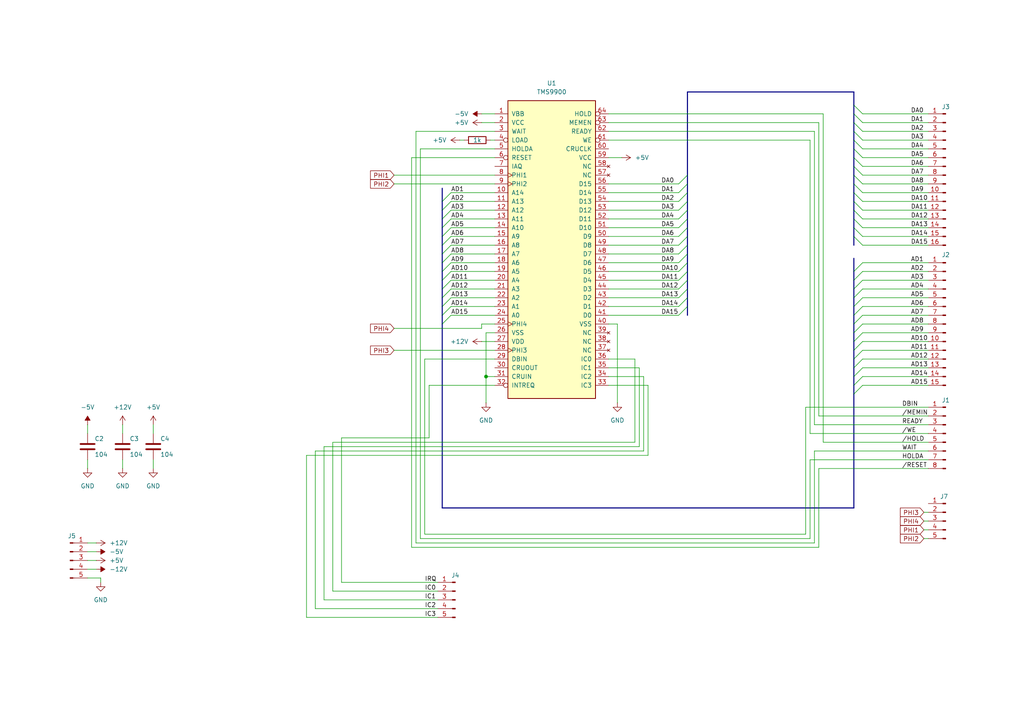
<source format=kicad_sch>
(kicad_sch (version 20250114) (generator "eeschema") (generator_version "9.0")
  (paper "A4")
  (lib_symbols
    (symbol "Connector:Conn_01x05_Pin" (pin_names (offset 1.016) (hide yes))
      (property "Reference" "J" (at 0 7.62 0))
      (property "Value" "Conn_01x05_Pin" (at 0 -7.62 0))
      (symbol "Conn_01x05_Pin_1_1"
        (rectangle (start 0.8636 5.207) (end 0 4.953) (stroke (width 0.1524)) (fill (type outline)))
        (rectangle (start 0.8636 2.667) (end 0 2.413) (stroke (width 0.1524)) (fill (type outline)))
        (rectangle (start 0.8636 0.127) (end 0 -0.127) (stroke (width 0.1524)) (fill (type outline)))
        (rectangle (start 0.8636 -2.413) (end 0 -2.667) (stroke (width 0.1524)) (fill (type outline)))
        (rectangle (start 0.8636 -4.953) (end 0 -5.207) (stroke (width 0.1524)) (fill (type outline)))
        (polyline (pts (xy 1.27 5.08) (xy 0.8636 5.08)) (stroke (width 0.1524)))
        (polyline (pts (xy 1.27 2.54) (xy 0.8636 2.54)) (stroke (width 0.1524)))
        (polyline (pts (xy 1.27 0) (xy 0.8636 0)) (stroke (width 0.1524)))
        (polyline (pts (xy 1.27 -2.54) (xy 0.8636 -2.54)) (stroke (width 0.1524)))
        (polyline (pts (xy 1.27 -5.08) (xy 0.8636 -5.08)) (stroke (width 0.1524)))
        (pin passive line (at 5.08 5.08 180) (length 3.81) (name "Pin_1") (number "1"))
        (pin passive line (at 5.08 2.54 180) (length 3.81) (name "Pin_2") (number "2"))
        (pin passive line (at 5.08 0 180) (length 3.81) (name "Pin_3") (number "3"))
        (pin passive line (at 5.08 -2.54 180) (length 3.81) (name "Pin_4") (number "4"))
        (pin passive line (at 5.08 -5.08 180) (length 3.81) (name "Pin_5") (number "5"))
      )
    )
    (symbol "Connector:Conn_01x08_Pin" (pin_names (offset 1.016) (hide yes))
      (property "Reference" "J" (at 0 10.16 0))
      (property "Value" "Conn_01x08_Pin" (at 0 -12.7 0))
      (symbol "Conn_01x08_Pin_1_1"
        (rectangle (start 0.8636 7.747) (end 0 7.493) (stroke (width 0.1524)) (fill (type outline)))
        (rectangle (start 0.8636 5.207) (end 0 4.953) (stroke (width 0.1524)) (fill (type outline)))
        (rectangle (start 0.8636 2.667) (end 0 2.413) (stroke (width 0.1524)) (fill (type outline)))
        (rectangle (start 0.8636 0.127) (end 0 -0.127) (stroke (width 0.1524)) (fill (type outline)))
        (rectangle (start 0.8636 -2.413) (end 0 -2.667) (stroke (width 0.1524)) (fill (type outline)))
        (rectangle (start 0.8636 -4.953) (end 0 -5.207) (stroke (width 0.1524)) (fill (type outline)))
        (rectangle (start 0.8636 -7.493) (end 0 -7.747) (stroke (width 0.1524)) (fill (type outline)))
        (rectangle (start 0.8636 -10.033) (end 0 -10.287) (stroke (width 0.1524)) (fill (type outline)))
        (polyline (pts (xy 1.27 7.62) (xy 0.8636 7.62)) (stroke (width 0.1524)))
        (polyline (pts (xy 1.27 5.08) (xy 0.8636 5.08)) (stroke (width 0.1524)))
        (polyline (pts (xy 1.27 2.54) (xy 0.8636 2.54)) (stroke (width 0.1524)))
        (polyline (pts (xy 1.27 0) (xy 0.8636 0)) (stroke (width 0.1524)))
        (polyline (pts (xy 1.27 -2.54) (xy 0.8636 -2.54)) (stroke (width 0.1524)))
        (polyline (pts (xy 1.27 -5.08) (xy 0.8636 -5.08)) (stroke (width 0.1524)))
        (polyline (pts (xy 1.27 -7.62) (xy 0.8636 -7.62)) (stroke (width 0.1524)))
        (polyline (pts (xy 1.27 -10.16) (xy 0.8636 -10.16)) (stroke (width 0.1524)))
        (pin passive line (at 5.08 7.62 180) (length 3.81) (name "Pin_1") (number "1"))
        (pin passive line (at 5.08 5.08 180) (length 3.81) (name "Pin_2") (number "2"))
        (pin passive line (at 5.08 2.54 180) (length 3.81) (name "Pin_3") (number "3"))
        (pin passive line (at 5.08 0 180) (length 3.81) (name "Pin_4") (number "4"))
        (pin passive line (at 5.08 -2.54 180) (length 3.81) (name "Pin_5") (number "5"))
        (pin passive line (at 5.08 -5.08 180) (length 3.81) (name "Pin_6") (number "6"))
        (pin passive line (at 5.08 -7.62 180) (length 3.81) (name "Pin_7") (number "7"))
        (pin passive line (at 5.08 -10.16 180) (length 3.81) (name "Pin_8") (number "8"))
      )
    )
    (symbol "Connector:Conn_01x15_Pin" (pin_names (offset 1.016) (hide yes))
      (property "Reference" "J" (at 0 20.32 0))
      (property "Value" "Conn_01x15_Pin" (at 0 -20.32 0))
      (symbol "Conn_01x15_Pin_1_1"
        (rectangle (start 0.8636 17.907) (end 0 17.653) (stroke (width 0.1524)) (fill (type outline)))
        (rectangle (start 0.8636 15.367) (end 0 15.113) (stroke (width 0.1524)) (fill (type outline)))
        (rectangle (start 0.8636 12.827) (end 0 12.573) (stroke (width 0.1524)) (fill (type outline)))
        (rectangle (start 0.8636 10.287) (end 0 10.033) (stroke (width 0.1524)) (fill (type outline)))
        (rectangle (start 0.8636 7.747) (end 0 7.493) (stroke (width 0.1524)) (fill (type outline)))
        (rectangle (start 0.8636 5.207) (end 0 4.953) (stroke (width 0.1524)) (fill (type outline)))
        (rectangle (start 0.8636 2.667) (end 0 2.413) (stroke (width 0.1524)) (fill (type outline)))
        (rectangle (start 0.8636 0.127) (end 0 -0.127) (stroke (width 0.1524)) (fill (type outline)))
        (rectangle (start 0.8636 -2.413) (end 0 -2.667) (stroke (width 0.1524)) (fill (type outline)))
        (rectangle (start 0.8636 -4.953) (end 0 -5.207) (stroke (width 0.1524)) (fill (type outline)))
        (rectangle (start 0.8636 -7.493) (end 0 -7.747) (stroke (width 0.1524)) (fill (type outline)))
        (rectangle (start 0.8636 -10.033) (end 0 -10.287) (stroke (width 0.1524)) (fill (type outline)))
        (rectangle (start 0.8636 -12.573) (end 0 -12.827) (stroke (width 0.1524)) (fill (type outline)))
        (rectangle (start 0.8636 -15.113) (end 0 -15.367) (stroke (width 0.1524)) (fill (type outline)))
        (rectangle (start 0.8636 -17.653) (end 0 -17.907) (stroke (width 0.1524)) (fill (type outline)))
        (polyline (pts (xy 1.27 17.78) (xy 0.8636 17.78)) (stroke (width 0.1524)))
        (polyline (pts (xy 1.27 15.24) (xy 0.8636 15.24)) (stroke (width 0.1524)))
        (polyline (pts (xy 1.27 12.7) (xy 0.8636 12.7)) (stroke (width 0.1524)))
        (polyline (pts (xy 1.27 10.16) (xy 0.8636 10.16)) (stroke (width 0.1524)))
        (polyline (pts (xy 1.27 7.62) (xy 0.8636 7.62)) (stroke (width 0.1524)))
        (polyline (pts (xy 1.27 5.08) (xy 0.8636 5.08)) (stroke (width 0.1524)))
        (polyline (pts (xy 1.27 2.54) (xy 0.8636 2.54)) (stroke (width 0.1524)))
        (polyline (pts (xy 1.27 0) (xy 0.8636 0)) (stroke (width 0.1524)))
        (polyline (pts (xy 1.27 -2.54) (xy 0.8636 -2.54)) (stroke (width 0.1524)))
        (polyline (pts (xy 1.27 -5.08) (xy 0.8636 -5.08)) (stroke (width 0.1524)))
        (polyline (pts (xy 1.27 -7.62) (xy 0.8636 -7.62)) (stroke (width 0.1524)))
        (polyline (pts (xy 1.27 -10.16) (xy 0.8636 -10.16)) (stroke (width 0.1524)))
        (polyline (pts (xy 1.27 -12.7) (xy 0.8636 -12.7)) (stroke (width 0.1524)))
        (polyline (pts (xy 1.27 -15.24) (xy 0.8636 -15.24)) (stroke (width 0.1524)))
        (polyline (pts (xy 1.27 -17.78) (xy 0.8636 -17.78)) (stroke (width 0.1524)))
        (pin passive line (at 5.08 17.78 180) (length 3.81) (name "Pin_1") (number "1"))
        (pin passive line (at 5.08 15.24 180) (length 3.81) (name "Pin_2") (number "2"))
        (pin passive line (at 5.08 12.7 180) (length 3.81) (name "Pin_3") (number "3"))
        (pin passive line (at 5.08 10.16 180) (length 3.81) (name "Pin_4") (number "4"))
        (pin passive line (at 5.08 7.62 180) (length 3.81) (name "Pin_5") (number "5"))
        (pin passive line (at 5.08 5.08 180) (length 3.81) (name "Pin_6") (number "6"))
        (pin passive line (at 5.08 2.54 180) (length 3.81) (name "Pin_7") (number "7"))
        (pin passive line (at 5.08 0 180) (length 3.81) (name "Pin_8") (number "8"))
        (pin passive line (at 5.08 -2.54 180) (length 3.81) (name "Pin_9") (number "9"))
        (pin passive line (at 5.08 -5.08 180) (length 3.81) (name "Pin_10") (number "10"))
        (pin passive line (at 5.08 -7.62 180) (length 3.81) (name "Pin_11") (number "11"))
        (pin passive line (at 5.08 -10.16 180) (length 3.81) (name "Pin_12") (number "12"))
        (pin passive line (at 5.08 -12.7 180) (length 3.81) (name "Pin_13") (number "13"))
        (pin passive line (at 5.08 -15.24 180) (length 3.81) (name "Pin_14") (number "14"))
        (pin passive line (at 5.08 -17.78 180) (length 3.81) (name "Pin_15") (number "15"))
      )
    )
    (symbol "Connector:Conn_01x16_Pin" (pin_names (offset 1.016) (hide yes))
      (property "Reference" "J" (at 0 20.32 0))
      (property "Value" "Conn_01x16_Pin" (at 0 -22.86 0))
      (symbol "Conn_01x16_Pin_1_1"
        (rectangle (start 0.8636 17.907) (end 0 17.653) (stroke (width 0.1524)) (fill (type outline)))
        (rectangle (start 0.8636 15.367) (end 0 15.113) (stroke (width 0.1524)) (fill (type outline)))
        (rectangle (start 0.8636 12.827) (end 0 12.573) (stroke (width 0.1524)) (fill (type outline)))
        (rectangle (start 0.8636 10.287) (end 0 10.033) (stroke (width 0.1524)) (fill (type outline)))
        (rectangle (start 0.8636 7.747) (end 0 7.493) (stroke (width 0.1524)) (fill (type outline)))
        (rectangle (start 0.8636 5.207) (end 0 4.953) (stroke (width 0.1524)) (fill (type outline)))
        (rectangle (start 0.8636 2.667) (end 0 2.413) (stroke (width 0.1524)) (fill (type outline)))
        (rectangle (start 0.8636 0.127) (end 0 -0.127) (stroke (width 0.1524)) (fill (type outline)))
        (rectangle (start 0.8636 -2.413) (end 0 -2.667) (stroke (width 0.1524)) (fill (type outline)))
        (rectangle (start 0.8636 -4.953) (end 0 -5.207) (stroke (width 0.1524)) (fill (type outline)))
        (rectangle (start 0.8636 -7.493) (end 0 -7.747) (stroke (width 0.1524)) (fill (type outline)))
        (rectangle (start 0.8636 -10.033) (end 0 -10.287) (stroke (width 0.1524)) (fill (type outline)))
        (rectangle (start 0.8636 -12.573) (end 0 -12.827) (stroke (width 0.1524)) (fill (type outline)))
        (rectangle (start 0.8636 -15.113) (end 0 -15.367) (stroke (width 0.1524)) (fill (type outline)))
        (rectangle (start 0.8636 -17.653) (end 0 -17.907) (stroke (width 0.1524)) (fill (type outline)))
        (rectangle (start 0.8636 -20.193) (end 0 -20.447) (stroke (width 0.1524)) (fill (type outline)))
        (polyline (pts (xy 1.27 17.78) (xy 0.8636 17.78)) (stroke (width 0.1524)))
        (polyline (pts (xy 1.27 15.24) (xy 0.8636 15.24)) (stroke (width 0.1524)))
        (polyline (pts (xy 1.27 12.7) (xy 0.8636 12.7)) (stroke (width 0.1524)))
        (polyline (pts (xy 1.27 10.16) (xy 0.8636 10.16)) (stroke (width 0.1524)))
        (polyline (pts (xy 1.27 7.62) (xy 0.8636 7.62)) (stroke (width 0.1524)))
        (polyline (pts (xy 1.27 5.08) (xy 0.8636 5.08)) (stroke (width 0.1524)))
        (polyline (pts (xy 1.27 2.54) (xy 0.8636 2.54)) (stroke (width 0.1524)))
        (polyline (pts (xy 1.27 0) (xy 0.8636 0)) (stroke (width 0.1524)))
        (polyline (pts (xy 1.27 -2.54) (xy 0.8636 -2.54)) (stroke (width 0.1524)))
        (polyline (pts (xy 1.27 -5.08) (xy 0.8636 -5.08)) (stroke (width 0.1524)))
        (polyline (pts (xy 1.27 -7.62) (xy 0.8636 -7.62)) (stroke (width 0.1524)))
        (polyline (pts (xy 1.27 -10.16) (xy 0.8636 -10.16)) (stroke (width 0.1524)))
        (polyline (pts (xy 1.27 -12.7) (xy 0.8636 -12.7)) (stroke (width 0.1524)))
        (polyline (pts (xy 1.27 -15.24) (xy 0.8636 -15.24)) (stroke (width 0.1524)))
        (polyline (pts (xy 1.27 -17.78) (xy 0.8636 -17.78)) (stroke (width 0.1524)))
        (polyline (pts (xy 1.27 -20.32) (xy 0.8636 -20.32)) (stroke (width 0.1524)))
        (pin passive line (at 5.08 17.78 180) (length 3.81) (name "Pin_1") (number "1"))
        (pin passive line (at 5.08 15.24 180) (length 3.81) (name "Pin_2") (number "2"))
        (pin passive line (at 5.08 12.7 180) (length 3.81) (name "Pin_3") (number "3"))
        (pin passive line (at 5.08 10.16 180) (length 3.81) (name "Pin_4") (number "4"))
        (pin passive line (at 5.08 7.62 180) (length 3.81) (name "Pin_5") (number "5"))
        (pin passive line (at 5.08 5.08 180) (length 3.81) (name "Pin_6") (number "6"))
        (pin passive line (at 5.08 2.54 180) (length 3.81) (name "Pin_7") (number "7"))
        (pin passive line (at 5.08 0 180) (length 3.81) (name "Pin_8") (number "8"))
        (pin passive line (at 5.08 -2.54 180) (length 3.81) (name "Pin_9") (number "9"))
        (pin passive line (at 5.08 -5.08 180) (length 3.81) (name "Pin_10") (number "10"))
        (pin passive line (at 5.08 -7.62 180) (length 3.81) (name "Pin_11") (number "11"))
        (pin passive line (at 5.08 -10.16 180) (length 3.81) (name "Pin_12") (number "12"))
        (pin passive line (at 5.08 -12.7 180) (length 3.81) (name "Pin_13") (number "13"))
        (pin passive line (at 5.08 -15.24 180) (length 3.81) (name "Pin_14") (number "14"))
        (pin passive line (at 5.08 -17.78 180) (length 3.81) (name "Pin_15") (number "15"))
        (pin passive line (at 5.08 -20.32 180) (length 3.81) (name "Pin_16") (number "16"))
      )
    )
    (symbol "Device:C" (pin_numbers (hide yes)) (pin_names (offset 0.254))
      (property "Reference" "C" (at 0.635 2.54 0))
      (property "Value" "C" (at 0.635 -2.54 0))
      (symbol "C_0_1"
        (polyline (pts (xy -2.032 0.762) (xy 2.032 0.762)) (stroke (width 0.508)))
        (polyline (pts (xy -2.032 -0.762) (xy 2.032 -0.762)) (stroke (width 0.508)))
      )
      (symbol "C_1_1"
        (pin passive line (at 0 3.81 270) (length 2.794) (name "~") (number "1"))
        (pin passive line (at 0 -3.81 90) (length 2.794) (name "~") (number "2"))
      )
    )
    (symbol "Device:R" (pin_numbers (hide yes)) (pin_names (offset 0))
      (property "Reference" "R" (at 2.032 0 90))
      (property "Value" "R" (at 0 0 90))
      (symbol "R_0_1"
        (rectangle (start -1.016 -2.54) (end 1.016 2.54) (stroke (width 0.254)))
      )
      (symbol "R_1_1"
        (pin passive line (at 0 3.81 270) (length 1.27) (name "~") (number "1"))
        (pin passive line (at 0 -3.81 90) (length 1.27) (name "~") (number "2"))
      )
    )
    (symbol "User:TMS9900" (pin_names (offset 1.016))
      (property "Reference" "U" (at -12.192 66.294 0))
      (property "Value" "TMS9900" (at 4.064 66.294 0))
      (symbol "TMS9900_0_1"
        (rectangle (start -12.7 64.77) (end 12.7 -21.59) (stroke (width 0.254)) (fill (type background)))
      )
      (symbol "TMS9900_1_1"
        (pin power_in line (at -16.51 60.96 0) (length 3.81) (name "VBB") (number "1"))
        (pin power_in line (at -16.51 58.42 0) (length 3.81) (name "VCC") (number "2"))
        (pin output line (at -16.51 55.88 0) (length 3.81) (name "WAIT") (number "3"))
        (pin input inverted (at -16.51 53.34 0) (length 3.81) (name "LOAD") (number "4"))
        (pin output line (at -16.51 50.8 0) (length 3.81) (name "HOLDA") (number "5"))
        (pin input inverted (at -16.51 48.26 0) (length 3.81) (name "RESET") (number "6"))
        (pin output line (at -16.51 45.72 0) (length 3.81) (name "IAQ") (number "7"))
        (pin input clock (at -16.51 43.18 0) (length 3.81) (name "PHI1") (number "8"))
        (pin input clock (at -16.51 40.64 0) (length 3.81) (name "PHI2") (number "9"))
        (pin bidirectional line (at -16.51 38.1 0) (length 3.81) (name "A14") (number "10"))
        (pin bidirectional line (at -16.51 35.56 0) (length 3.81) (name "A13") (number "11"))
        (pin bidirectional line (at -16.51 33.02 0) (length 3.81) (name "A12") (number "12"))
        (pin bidirectional line (at -16.51 30.48 0) (length 3.81) (name "A11") (number "13"))
        (pin bidirectional line (at -16.51 27.94 0) (length 3.81) (name "A10") (number "14"))
        (pin bidirectional line (at -16.51 25.4 0) (length 3.81) (name "A9") (number "15"))
        (pin bidirectional line (at -16.51 22.86 0) (length 3.81) (name "A8") (number "16"))
        (pin bidirectional line (at -16.51 20.32 0) (length 3.81) (name "A7") (number "17"))
        (pin bidirectional line (at -16.51 17.78 0) (length 3.81) (name "A6") (number "18"))
        (pin bidirectional line (at -16.51 15.24 0) (length 3.81) (name "A5") (number "19"))
        (pin bidirectional line (at -16.51 12.7 0) (length 3.81) (name "A4") (number "20"))
        (pin bidirectional line (at -16.51 10.16 0) (length 3.81) (name "A3") (number "21"))
        (pin bidirectional line (at -16.51 7.62 0) (length 3.81) (name "A2") (number "22"))
        (pin bidirectional line (at -16.51 5.08 0) (length 3.81) (name "A1") (number "23"))
        (pin bidirectional line (at -16.51 2.54 0) (length 3.81) (name "A0") (number "24"))
        (pin input clock (at -16.51 0 0) (length 3.81) (name "PHI4") (number "25"))
        (pin power_in line (at -16.51 -2.54 0) (length 3.81) (name "VSS") (number "26"))
        (pin power_in line (at -16.51 -5.08 0) (length 3.81) (name "VDD") (number "27"))
        (pin input clock (at -16.51 -7.62 0) (length 3.81) (name "PHI3") (number "28"))
        (pin output line (at -16.51 -10.16 0) (length 3.81) (name "DBIN") (number "29"))
        (pin output line (at -16.51 -12.7 0) (length 3.81) (name "CRUOUT") (number "30"))
        (pin input line (at -16.51 -15.24 0) (length 3.81) (name "CRUIN") (number "31"))
        (pin input inverted (at -16.51 -17.78 0) (length 3.81) (name "INTREQ") (number "32"))
        (pin input inverted (at 16.51 60.96 180) (length 3.81) (name "HOLD") (number "64"))
        (pin output inverted (at 16.51 58.42 180) (length 3.81) (name "MEMEN") (number "63"))
        (pin input line (at 16.51 55.88 180) (length 3.81) (name "READY") (number "62"))
        (pin output inverted (at 16.51 53.34 180) (length 3.81) (name "WE") (number "61"))
        (pin output line (at 16.51 50.8 180) (length 3.81) (name "CRUCLK") (number "60"))
        (pin power_in line (at 16.51 48.26 180) (length 3.81) (name "VCC") (number "59"))
        (pin no_connect line (at 16.51 45.72 180) (length 3.81) (name "NC") (number "58"))
        (pin no_connect line (at 16.51 43.18 180) (length 3.81) (name "NC") (number "57"))
        (pin passive line (at 16.51 40.64 180) (length 3.81) (name "D15") (number "56"))
        (pin bidirectional line (at 16.51 38.1 180) (length 3.81) (name "D14") (number "55"))
        (pin power_in line (at 16.51 35.56 180) (length 3.81) (name "D13") (number "54"))
        (pin power_in line (at 16.51 33.02 180) (length 3.81) (name "D12") (number "53"))
        (pin bidirectional line (at 16.51 30.48 180) (length 3.81) (name "D11") (number "52"))
        (pin bidirectional line (at 16.51 27.94 180) (length 3.81) (name "D10") (number "51"))
        (pin bidirectional line (at 16.51 25.4 180) (length 3.81) (name "D9") (number "50"))
        (pin bidirectional line (at 16.51 22.86 180) (length 3.81) (name "D8") (number "49"))
        (pin bidirectional line (at 16.51 20.32 180) (length 3.81) (name "D7") (number "48"))
        (pin power_in line (at 16.51 17.78 180) (length 3.81) (name "D6") (number "47"))
        (pin power_in line (at 16.51 15.24 180) (length 3.81) (name "D5") (number "46"))
        (pin bidirectional line (at 16.51 12.7 180) (length 3.81) (name "D4") (number "45"))
        (pin bidirectional line (at 16.51 10.16 180) (length 3.81) (name "D3") (number "44"))
        (pin bidirectional line (at 16.51 7.62 180) (length 3.81) (name "D2") (number "43"))
        (pin bidirectional line (at 16.51 5.08 180) (length 3.81) (name "D1") (number "42"))
        (pin bidirectional line (at 16.51 2.54 180) (length 3.81) (name "D0") (number "41"))
        (pin power_in line (at 16.51 0 180) (length 3.81) (name "VSS") (number "40"))
        (pin no_connect line (at 16.51 -2.54 180) (length 3.81) (name "NC") (number "39"))
        (pin no_connect line (at 16.51 -5.08 180) (length 3.81) (name "NC") (number "38"))
        (pin no_connect line (at 16.51 -7.62 180) (length 3.81) (name "NC") (number "37"))
        (pin input line (at 16.51 -10.16 180) (length 3.81) (name "IC0") (number "36"))
        (pin input line (at 16.51 -12.7 180) (length 3.81) (name "IC1") (number "35"))
        (pin input line (at 16.51 -15.24 180) (length 3.81) (name "IC2") (number "34"))
        (pin input line (at 16.51 -17.78 180) (length 3.81) (name "IC3") (number "33"))
      )
    )
    (symbol "power:+12V" (power) (pin_numbers (hide yes)) (pin_names (offset 0) (hide yes))
      (property "Value" "+12V" (at 0 3.556 0))
      (symbol "+12V_0_1"
        (polyline (pts (xy -0.762 1.27) (xy 0 2.54)))
        (polyline (pts (xy 0 2.54) (xy 0.762 1.27)))
        (polyline (pts (xy 0 0) (xy 0 2.54)))
      )
      (symbol "+12V_1_1"
        (pin power_in line (at 0 0 90) (length 0) (name "~") (number "1"))
      )
    )
    (symbol "power:+5V" (power) (pin_numbers (hide yes)) (pin_names (offset 0) (hide yes))
      (property "Value" "+5V" (at 0 3.556 0))
      (symbol "+5V_0_1"
        (polyline (pts (xy -0.762 1.27) (xy 0 2.54)))
        (polyline (pts (xy 0 2.54) (xy 0.762 1.27)))
        (polyline (pts (xy 0 0) (xy 0 2.54)))
      )
      (symbol "+5V_1_1"
        (pin power_in line (at 0 0 90) (length 0) (name "~") (number "1"))
      )
    )
    (symbol "power:-12V" (power) (pin_numbers (hide yes)) (pin_names (offset 0) (hide yes))
      (property "Value" "-12V" (at 0 3.556 0))
      (symbol "-12V_0_0"
        (pin power_in line (at 0 0 90) (length 0) (name "~") (number "1"))
      )
      (symbol "-12V_0_1"
        (polyline (pts (xy 0 0) (xy 0 1.27) (xy 0.762 1.27) (xy 0 2.54) (xy -0.762 1.27) (xy 0 1.27)) (fill (type outline)))
      )
    )
    (symbol "power:-5V" (power) (pin_numbers (hide yes)) (pin_names (offset 0) (hide yes))
      (property "Value" "-5V" (at 0 3.556 0))
      (symbol "-5V_0_0"
        (pin power_in line (at 0 0 90) (length 0) (name "~") (number "1"))
      )
      (symbol "-5V_0_1"
        (polyline (pts (xy 0 0) (xy 0 1.27) (xy 0.762 1.27) (xy 0 2.54) (xy -0.762 1.27) (xy 0 1.27)) (fill (type outline)))
      )
    )
    (symbol "power:GND" (power) (pin_numbers (hide yes)) (pin_names (offset 0) (hide yes))
      (property "Value" "GND" (at 0 -3.81 0))
      (symbol "GND_0_1"
        (polyline (pts (xy 0 0) (xy 0 -1.27) (xy 1.27 -1.27) (xy 0 -2.54) (xy -1.27 -1.27) (xy 0 -1.27)))
      )
      (symbol "GND_1_1"
        (pin power_in line (at 0 0 270) (length 0) (name "~") (number "1"))
      )
    )
  )
  (junction (at 140.97 109.22))
  (bus_entry (at 247.65 109.22) (size 2.54 -2.54))
  (bus_entry (at 128.27 71.12) (size 2.54 -2.54))
  (bus_entry (at 128.27 83.82) (size 2.54 -2.54))
  (bus_entry (at 128.27 73.66) (size 2.54 -2.54))
  (bus_entry (at 196.85 76.2) (size 2.54 -2.54))
  (bus_entry (at 196.85 60.96) (size 2.54 -2.54))
  (bus_entry (at 247.65 58.42) (size 2.54 2.54))
  (bus_entry (at 247.65 53.34) (size 2.54 2.54))
  (bus_entry (at 196.85 88.9) (size 2.54 -2.54))
  (bus_entry (at 247.65 35.56) (size 2.54 2.54))
  (bus_entry (at 247.65 111.76) (size 2.54 -2.54))
  (bus_entry (at 128.27 91.44) (size 2.54 -2.54))
  (bus_entry (at 128.27 66.04) (size 2.54 -2.54))
  (bus_entry (at 196.85 78.74) (size 2.54 -2.54))
  (bus_entry (at 196.85 63.5) (size 2.54 -2.54))
  (bus_entry (at 247.65 30.48) (size 2.54 2.54))
  (bus_entry (at 196.85 83.82) (size 2.54 -2.54))
  (bus_entry (at 128.27 60.96) (size 2.54 -2.54))
  (bus_entry (at 247.65 50.8) (size 2.54 2.54))
  (bus_entry (at 128.27 68.58) (size 2.54 -2.54))
  (bus_entry (at 196.85 71.12) (size 2.54 -2.54))
  (bus_entry (at 247.65 38.1) (size 2.54 2.54))
  (bus_entry (at 128.27 86.36) (size 2.54 -2.54))
  (bus_entry (at 247.65 66.04) (size 2.54 2.54))
  (bus_entry (at 196.85 81.28) (size 2.54 -2.54))
  (bus_entry (at 247.65 104.14) (size 2.54 -2.54))
  (bus_entry (at 247.65 68.58) (size 2.54 2.54))
  (bus_entry (at 247.65 33.02) (size 2.54 2.54))
  (bus_entry (at 247.65 81.28) (size 2.54 -2.54))
  (bus_entry (at 247.65 114.3) (size 2.54 -2.54))
  (bus_entry (at 247.65 101.6) (size 2.54 -2.54))
  (bus_entry (at 128.27 93.98) (size 2.54 -2.54))
  (bus_entry (at 247.65 83.82) (size 2.54 -2.54))
  (bus_entry (at 196.85 91.44) (size 2.54 -2.54))
  (bus_entry (at 196.85 58.42) (size 2.54 -2.54))
  (bus_entry (at 247.65 99.06) (size 2.54 -2.54))
  (bus_entry (at 247.65 48.26) (size 2.54 2.54))
  (bus_entry (at 247.65 55.88) (size 2.54 2.54))
  (bus_entry (at 247.65 86.36) (size 2.54 -2.54))
  (bus_entry (at 128.27 76.2) (size 2.54 -2.54))
  (bus_entry (at 247.65 106.68) (size 2.54 -2.54))
  (bus_entry (at 128.27 58.42) (size 2.54 -2.54))
  (bus_entry (at 247.65 40.64) (size 2.54 2.54))
  (bus_entry (at 247.65 43.18) (size 2.54 2.54))
  (bus_entry (at 128.27 81.28) (size 2.54 -2.54))
  (bus_entry (at 247.65 88.9) (size 2.54 -2.54))
  (bus_entry (at 247.65 45.72) (size 2.54 2.54))
  (bus_entry (at 128.27 63.5) (size 2.54 -2.54))
  (bus_entry (at 128.27 88.9) (size 2.54 -2.54))
  (bus_entry (at 196.85 66.04) (size 2.54 -2.54))
  (bus_entry (at 247.65 93.98) (size 2.54 -2.54))
  (bus_entry (at 247.65 63.5) (size 2.54 2.54))
  (bus_entry (at 247.65 91.44) (size 2.54 -2.54))
  (bus_entry (at 196.85 73.66) (size 2.54 -2.54))
  (bus_entry (at 196.85 68.58) (size 2.54 -2.54))
  (bus_entry (at 247.65 60.96) (size 2.54 2.54))
  (bus_entry (at 196.85 53.34) (size 2.54 -2.54))
  (bus_entry (at 196.85 55.88) (size 2.54 -2.54))
  (bus_entry (at 247.65 96.52) (size 2.54 -2.54))
  (bus_entry (at 196.85 86.36) (size 2.54 -2.54))
  (bus_entry (at 128.27 78.74) (size 2.54 -2.54))
  (bus_entry (at 247.65 78.74) (size 2.54 -2.54))
  (wire (pts (xy 250.19 60.96) (xy 269.24 60.96)))
  (wire (pts (xy 143.51 43.18) (xy 121.92 43.18)))
  (wire (pts (xy 130.81 55.88) (xy 143.51 55.88)))
  (wire (pts (xy 250.19 40.64) (xy 269.24 40.64)))
  (wire (pts (xy 250.19 99.06) (xy 269.24 99.06)))
  (wire (pts (xy 250.19 78.74) (xy 269.24 78.74)))
  (bus (pts (xy 128.27 71.12) (xy 128.27 73.66)))
  (wire (pts (xy 237.49 158.75) (xy 237.49 135.89)))
  (bus (pts (xy 247.65 68.58) (xy 247.65 71.12)))
  (wire (pts (xy 179.07 93.98) (xy 176.53 93.98)))
  (wire (pts (xy 185.42 129.54) (xy 185.42 106.68)))
  (bus (pts (xy 247.65 88.9) (xy 247.65 91.44)))
  (bus (pts (xy 247.65 43.18) (xy 247.65 45.72)))
  (wire (pts (xy 250.19 48.26) (xy 269.24 48.26)))
  (wire (pts (xy 250.19 81.28) (xy 269.24 81.28)))
  (wire (pts (xy 176.53 68.58) (xy 196.85 68.58)))
  (bus (pts (xy 247.65 96.52) (xy 247.65 99.06)))
  (bus (pts (xy 128.27 83.82) (xy 128.27 86.36)))
  (wire (pts (xy 127 173.99) (xy 93.98 173.99)))
  (wire (pts (xy 133.35 40.64) (xy 134.62 40.64)))
  (wire (pts (xy 267.97 156.21) (xy 269.24 156.21)))
  (wire (pts (xy 29.21 168.91) (xy 29.21 167.64)))
  (bus (pts (xy 199.39 73.66) (xy 199.39 71.12)))
  (wire (pts (xy 236.22 123.19) (xy 236.22 38.1)))
  (wire (pts (xy 269.24 123.19) (xy 236.22 123.19)))
  (bus (pts (xy 199.39 63.5) (xy 199.39 60.96)))
  (bus (pts (xy 199.39 88.9) (xy 199.39 86.36)))
  (wire (pts (xy 96.52 128.27) (xy 184.15 128.27)))
  (wire (pts (xy 120.65 38.1) (xy 120.65 157.48)))
  (wire (pts (xy 130.81 71.12) (xy 143.51 71.12)))
  (bus (pts (xy 128.27 88.9) (xy 128.27 91.44)))
  (wire (pts (xy 25.4 157.48) (xy 27.94 157.48)))
  (bus (pts (xy 247.65 38.1) (xy 247.65 40.64)))
  (bus (pts (xy 247.65 91.44) (xy 247.65 93.98)))
  (wire (pts (xy 99.06 168.91) (xy 99.06 127)))
  (bus (pts (xy 247.65 111.76) (xy 247.65 114.3)))
  (wire (pts (xy 124.46 111.76) (xy 124.46 127)))
  (wire (pts (xy 250.19 43.18) (xy 269.24 43.18)))
  (wire (pts (xy 114.3 101.6) (xy 143.51 101.6)))
  (wire (pts (xy 25.4 133.35) (xy 25.4 135.89)))
  (wire (pts (xy 130.81 83.82) (xy 143.51 83.82)))
  (wire (pts (xy 130.81 66.04) (xy 143.51 66.04)))
  (wire (pts (xy 250.19 66.04) (xy 269.24 66.04)))
  (wire (pts (xy 130.81 58.42) (xy 143.51 58.42)))
  (wire (pts (xy 96.52 171.45) (xy 96.52 128.27)))
  (wire (pts (xy 250.19 83.82) (xy 269.24 83.82)))
  (wire (pts (xy 93.98 173.99) (xy 93.98 129.54)))
  (bus (pts (xy 199.39 55.88) (xy 199.39 53.34)))
  (bus (pts (xy 247.65 30.48) (xy 247.65 33.02)))
  (bus (pts (xy 247.65 74.93) (xy 247.65 78.74)))
  (bus (pts (xy 199.39 53.34) (xy 199.39 50.8)))
  (wire (pts (xy 121.92 43.18) (xy 121.92 156.21)))
  (bus (pts (xy 247.65 60.96) (xy 247.65 63.5)))
  (wire (pts (xy 119.38 158.75) (xy 237.49 158.75)))
  (wire (pts (xy 124.46 127) (xy 99.06 127)))
  (wire (pts (xy 127 171.45) (xy 96.52 171.45)))
  (wire (pts (xy 234.95 40.64) (xy 234.95 125.73)))
  (wire (pts (xy 143.51 38.1) (xy 120.65 38.1)))
  (wire (pts (xy 123.19 104.14) (xy 123.19 154.94)))
  (bus (pts (xy 199.39 50.8) (xy 199.39 26.67)))
  (wire (pts (xy 267.97 153.67) (xy 269.24 153.67)))
  (bus (pts (xy 128.27 58.42) (xy 128.27 60.96)))
  (bus (pts (xy 247.65 78.74) (xy 247.65 81.28)))
  (wire (pts (xy 250.19 106.68) (xy 269.24 106.68)))
  (wire (pts (xy 176.53 38.1) (xy 236.22 38.1)))
  (bus (pts (xy 128.27 76.2) (xy 128.27 78.74)))
  (bus (pts (xy 128.27 73.66) (xy 128.27 76.2)))
  (wire (pts (xy 186.69 109.22) (xy 176.53 109.22)))
  (bus (pts (xy 247.65 66.04) (xy 247.65 68.58)))
  (bus (pts (xy 247.65 50.8) (xy 247.65 53.34)))
  (wire (pts (xy 176.53 33.02) (xy 238.76 33.02)))
  (bus (pts (xy 247.65 35.56) (xy 247.65 38.1)))
  (wire (pts (xy 269.24 128.27) (xy 238.76 128.27)))
  (bus (pts (xy 199.39 76.2) (xy 199.39 73.66)))
  (wire (pts (xy 176.53 63.5) (xy 196.85 63.5)))
  (bus (pts (xy 128.27 78.74) (xy 128.27 81.28)))
  (bus (pts (xy 247.65 104.14) (xy 247.65 106.68)))
  (wire (pts (xy 236.22 157.48) (xy 236.22 130.81)))
  (bus (pts (xy 247.65 63.5) (xy 247.65 66.04)))
  (bus (pts (xy 128.27 60.96) (xy 128.27 63.5)))
  (wire (pts (xy 250.19 86.36) (xy 269.24 86.36)))
  (wire (pts (xy 176.53 73.66) (xy 196.85 73.66)))
  (wire (pts (xy 121.92 156.21) (xy 234.95 156.21)))
  (bus (pts (xy 199.39 78.74) (xy 199.39 76.2)))
  (wire (pts (xy 25.4 165.1) (xy 27.94 165.1)))
  (wire (pts (xy 140.97 96.52) (xy 140.97 109.22)))
  (bus (pts (xy 247.65 58.42) (xy 247.65 60.96)))
  (bus (pts (xy 247.65 45.72) (xy 247.65 48.26)))
  (wire (pts (xy 250.19 50.8) (xy 269.24 50.8)))
  (wire (pts (xy 176.53 71.12) (xy 196.85 71.12)))
  (bus (pts (xy 247.65 53.34) (xy 247.65 55.88)))
  (wire (pts (xy 119.38 45.72) (xy 119.38 158.75)))
  (wire (pts (xy 91.44 130.81) (xy 186.69 130.81)))
  (wire (pts (xy 184.15 104.14) (xy 176.53 104.14)))
  (wire (pts (xy 143.51 104.14) (xy 123.19 104.14)))
  (wire (pts (xy 233.68 118.11) (xy 269.24 118.11)))
  (bus (pts (xy 247.65 86.36) (xy 247.65 88.9)))
  (wire (pts (xy 176.53 76.2) (xy 196.85 76.2)))
  (wire (pts (xy 139.7 95.25) (xy 139.7 93.98)))
  (bus (pts (xy 247.65 101.6) (xy 247.65 104.14)))
  (wire (pts (xy 250.19 63.5) (xy 269.24 63.5)))
  (wire (pts (xy 250.19 71.12) (xy 269.24 71.12)))
  (wire (pts (xy 130.81 68.58) (xy 143.51 68.58)))
  (wire (pts (xy 237.49 120.65) (xy 269.24 120.65)))
  (wire (pts (xy 250.19 55.88) (xy 269.24 55.88)))
  (bus (pts (xy 128.27 63.5) (xy 128.27 66.04)))
  (bus (pts (xy 128.27 68.58) (xy 128.27 71.12)))
  (bus (pts (xy 247.65 83.82) (xy 247.65 86.36)))
  (bus (pts (xy 247.65 109.22) (xy 247.65 111.76)))
  (wire (pts (xy 250.19 109.22) (xy 269.24 109.22)))
  (wire (pts (xy 233.68 154.94) (xy 233.68 118.11)))
  (bus (pts (xy 247.65 114.3) (xy 247.65 147.32)))
  (wire (pts (xy 176.53 81.28) (xy 196.85 81.28)))
  (bus (pts (xy 199.39 86.36) (xy 199.39 83.82)))
  (wire (pts (xy 186.69 130.81) (xy 186.69 109.22)))
  (wire (pts (xy 140.97 109.22) (xy 140.97 116.84)))
  (bus (pts (xy 247.65 26.67) (xy 247.65 30.48)))
  (bus (pts (xy 199.39 81.28) (xy 199.39 78.74)))
  (wire (pts (xy 187.96 111.76) (xy 187.96 132.08)))
  (wire (pts (xy 130.81 91.44) (xy 143.51 91.44)))
  (bus (pts (xy 247.65 33.02) (xy 247.65 35.56)))
  (bus (pts (xy 128.27 81.28) (xy 128.27 83.82)))
  (wire (pts (xy 130.81 78.74) (xy 143.51 78.74)))
  (wire (pts (xy 176.53 60.96) (xy 196.85 60.96)))
  (wire (pts (xy 114.3 95.25) (xy 139.7 95.25)))
  (wire (pts (xy 250.19 88.9) (xy 269.24 88.9)))
  (wire (pts (xy 234.95 125.73) (xy 269.24 125.73)))
  (wire (pts (xy 139.7 99.06) (xy 143.51 99.06)))
  (wire (pts (xy 127 168.91) (xy 99.06 168.91)))
  (wire (pts (xy 139.7 93.98) (xy 143.51 93.98)))
  (wire (pts (xy 127 176.53) (xy 91.44 176.53)))
  (wire (pts (xy 250.19 101.6) (xy 269.24 101.6)))
  (bus (pts (xy 128.27 86.36) (xy 128.27 88.9)))
  (wire (pts (xy 142.24 40.64) (xy 143.51 40.64)))
  (wire (pts (xy 35.56 123.19) (xy 35.56 125.73)))
  (wire (pts (xy 130.81 63.5) (xy 143.51 63.5)))
  (wire (pts (xy 25.4 160.02) (xy 27.94 160.02)))
  (bus (pts (xy 247.65 81.28) (xy 247.65 83.82)))
  (wire (pts (xy 130.81 81.28) (xy 143.51 81.28)))
  (wire (pts (xy 93.98 129.54) (xy 185.42 129.54)))
  (bus (pts (xy 128.27 66.04) (xy 128.27 68.58)))
  (wire (pts (xy 250.19 35.56) (xy 269.24 35.56)))
  (wire (pts (xy 176.53 111.76) (xy 187.96 111.76)))
  (wire (pts (xy 250.19 58.42) (xy 269.24 58.42)))
  (wire (pts (xy 25.4 123.19) (xy 25.4 125.73)))
  (wire (pts (xy 176.53 83.82) (xy 196.85 83.82)))
  (wire (pts (xy 140.97 109.22) (xy 143.51 109.22)))
  (wire (pts (xy 237.49 135.89) (xy 269.24 135.89)))
  (wire (pts (xy 143.51 96.52) (xy 140.97 96.52)))
  (bus (pts (xy 199.39 66.04) (xy 199.39 63.5)))
  (wire (pts (xy 250.19 104.14) (xy 269.24 104.14)))
  (wire (pts (xy 250.19 38.1) (xy 269.24 38.1)))
  (bus (pts (xy 199.39 68.58) (xy 199.39 66.04)))
  (bus (pts (xy 199.39 91.44) (xy 199.39 88.9)))
  (wire (pts (xy 176.53 40.64) (xy 234.95 40.64)))
  (bus (pts (xy 247.65 93.98) (xy 247.65 96.52)))
  (wire (pts (xy 176.53 58.42) (xy 196.85 58.42)))
  (wire (pts (xy 88.9 179.07) (xy 88.9 132.08)))
  (wire (pts (xy 250.19 68.58) (xy 269.24 68.58)))
  (bus (pts (xy 199.39 58.42) (xy 199.39 55.88)))
  (wire (pts (xy 120.65 157.48) (xy 236.22 157.48)))
  (bus (pts (xy 247.65 48.26) (xy 247.65 50.8)))
  (wire (pts (xy 234.95 133.35) (xy 234.95 156.21)))
  (bus (pts (xy 199.39 71.12) (xy 199.39 68.58)))
  (wire (pts (xy 29.21 167.64) (xy 25.4 167.64)))
  (wire (pts (xy 187.96 132.08) (xy 88.9 132.08)))
  (bus (pts (xy 128.27 147.32) (xy 247.65 147.32)))
  (wire (pts (xy 176.53 45.72) (xy 180.34 45.72)))
  (wire (pts (xy 238.76 128.27) (xy 238.76 33.02)))
  (wire (pts (xy 250.19 45.72) (xy 269.24 45.72)))
  (wire (pts (xy 250.19 96.52) (xy 269.24 96.52)))
  (wire (pts (xy 185.42 106.68) (xy 176.53 106.68)))
  (wire (pts (xy 179.07 116.84) (xy 179.07 93.98)))
  (wire (pts (xy 236.22 130.81) (xy 269.24 130.81)))
  (wire (pts (xy 35.56 133.35) (xy 35.56 135.89)))
  (wire (pts (xy 91.44 176.53) (xy 91.44 130.81)))
  (wire (pts (xy 143.51 35.56) (xy 139.7 35.56)))
  (wire (pts (xy 237.49 35.56) (xy 237.49 120.65)))
  (wire (pts (xy 130.81 73.66) (xy 143.51 73.66)))
  (wire (pts (xy 25.4 162.56) (xy 27.94 162.56)))
  (bus (pts (xy 247.65 40.64) (xy 247.65 43.18)))
  (bus (pts (xy 247.65 106.68) (xy 247.65 109.22)))
  (wire (pts (xy 123.19 154.94) (xy 233.68 154.94)))
  (bus (pts (xy 247.65 99.06) (xy 247.65 101.6)))
  (bus (pts (xy 128.27 91.44) (xy 128.27 93.98)))
  (wire (pts (xy 176.53 86.36) (xy 196.85 86.36)))
  (bus (pts (xy 247.65 55.88) (xy 247.65 58.42)))
  (wire (pts (xy 130.81 60.96) (xy 143.51 60.96)))
  (wire (pts (xy 250.19 33.02) (xy 269.24 33.02)))
  (wire (pts (xy 127 179.07) (xy 88.9 179.07)))
  (wire (pts (xy 184.15 128.27) (xy 184.15 104.14)))
  (wire (pts (xy 176.53 66.04) (xy 196.85 66.04)))
  (wire (pts (xy 176.53 55.88) (xy 196.85 55.88)))
  (wire (pts (xy 176.53 88.9) (xy 196.85 88.9)))
  (bus (pts (xy 199.39 60.96) (xy 199.39 58.42)))
  (bus (pts (xy 128.27 54.61) (xy 128.27 58.42)))
  (wire (pts (xy 176.53 78.74) (xy 196.85 78.74)))
  (wire (pts (xy 267.97 151.13) (xy 269.24 151.13)))
  (wire (pts (xy 139.7 33.02) (xy 143.51 33.02)))
  (wire (pts (xy 44.45 133.35) (xy 44.45 135.89)))
  (wire (pts (xy 250.19 91.44) (xy 269.24 91.44)))
  (bus (pts (xy 199.39 83.82) (xy 199.39 81.28)))
  (wire (pts (xy 176.53 35.56) (xy 237.49 35.56)))
  (wire (pts (xy 130.81 86.36) (xy 143.51 86.36)))
  (wire (pts (xy 250.19 53.34) (xy 269.24 53.34)))
  (wire (pts (xy 176.53 53.34) (xy 196.85 53.34)))
  (wire (pts (xy 130.81 76.2) (xy 143.51 76.2)))
  (wire (pts (xy 176.53 91.44) (xy 196.85 91.44)))
  (wire (pts (xy 44.45 123.19) (xy 44.45 125.73)))
  (wire (pts (xy 267.97 148.59) (xy 269.24 148.59)))
  (wire (pts (xy 114.3 50.8) (xy 143.51 50.8)))
  (wire (pts (xy 130.81 88.9) (xy 143.51 88.9)))
  (wire (pts (xy 234.95 133.35) (xy 269.24 133.35)))
  (wire (pts (xy 119.38 45.72) (xy 143.51 45.72)))
  (wire (pts (xy 143.51 111.76) (xy 124.46 111.76)))
  (wire (pts (xy 114.3 53.34) (xy 143.51 53.34)))
  (bus (pts (xy 128.27 93.98) (xy 128.27 147.32)))
  (wire (pts (xy 250.19 111.76) (xy 269.24 111.76)))
  (wire (pts (xy 250.19 76.2) (xy 269.24 76.2)))
  (wire (pts (xy 250.19 93.98) (xy 269.24 93.98)))
  (bus (pts (xy 199.39 26.67) (xy 247.65 26.67)))
  (label "HOLDA" (at 261.62 133.35 0))
  (label "DA2" (at 191.77 58.42 0))
  (label "AD14" (at 130.81 88.9 0))
  (label "IC2" (at 123.19 176.53 0))
  (label "DA13" (at 264.16 66.04 0))
  (label "DA7" (at 191.77 71.12 0))
  (label "DA0" (at 191.77 53.34 0))
  (label "DA6" (at 264.16 48.26 0))
  (label "AD15" (at 130.81 91.44 0))
  (label "AD12" (at 130.81 83.82 0))
  (label "AD13" (at 264.16 106.68 0))
  (label "DA10" (at 264.16 58.42 0))
  (label "IRQ" (at 123.19 168.91 0))
  (label "IC1" (at 123.19 173.99 0))
  (label "DA1" (at 191.77 55.88 0))
  (label "AD8" (at 130.81 73.66 0))
  (label "AD12" (at 264.16 104.14 0))
  (label "AD3" (at 130.81 60.96 0))
  (label "DA7" (at 264.16 50.8 0))
  (label "DA4" (at 191.77 63.5 0))
  (label "AD2" (at 264.16 78.74 0))
  (label "DA1" (at 264.16 35.56 0))
  (label "AD8" (at 264.16 93.98 0))
  (label "AD4" (at 264.16 83.82 0))
  (label "DBIN" (at 261.62 118.11 0))
  (label "DA14" (at 264.16 68.58 0))
  (label "AD2" (at 130.81 58.42 0))
  (label "WAIT" (at 261.62 130.81 0))
  (label "DA8" (at 264.16 53.34 0))
  (label "AD6" (at 264.16 88.9 0))
  (label "READY" (at 261.62 123.19 0))
  (label "AD14" (at 264.16 109.22 0))
  (label "IC0" (at 123.19 171.45 0))
  (label "DA5" (at 264.16 45.72 0))
  (label "DA3" (at 264.16 40.64 0))
  (label "AD6" (at 130.81 68.58 0))
  (label "AD7" (at 264.16 91.44 0))
  (label "AD11" (at 264.16 101.6 0))
  (label "DA9" (at 191.77 76.2 0))
  (label "DA10" (at 191.77 78.74 0))
  (label "AD13" (at 130.81 86.36 0))
  (label "DA14" (at 191.77 88.9 0))
  (label "DA0" (at 264.16 33.02 0))
  (label "DA12" (at 191.77 83.82 0))
  (label "AD11" (at 130.81 81.28 0))
  (label "DA11" (at 191.77 81.28 0))
  (label "AD7" (at 130.81 71.12 0))
  (label "DA11" (at 264.16 60.96 0))
  (label "DA12" (at 264.16 63.5 0))
  (label "AD1" (at 130.81 55.88 0))
  (label "DA5" (at 191.77 66.04 0))
  (label "AD3" (at 264.16 81.28 0))
  (label "DA15" (at 191.77 91.44 0))
  (label "AD9" (at 130.81 76.2 0))
  (label "DA8" (at 191.77 73.66 0))
  (label "AD15" (at 264.16 111.76 0))
  (label "{slash}WE" (at 261.62 125.73 0))
  (label "AD1" (at 264.16 76.2 0))
  (label "AD5" (at 264.16 86.36 0))
  (label "DA4" (at 264.16 43.18 0))
  (label "{slash}MEMIN" (at 261.62 120.65 0))
  (label "AD9" (at 264.16 96.52 0))
  (label "DA13" (at 191.77 86.36 0))
  (label "DA6" (at 191.77 68.58 0))
  (label "AD4" (at 130.81 63.5 0))
  (label "DA9" (at 264.16 55.88 0))
  (label "AD10" (at 130.81 78.74 0))
  (label "AD10" (at 264.16 99.06 0))
  (label "IC3" (at 123.19 179.07 0))
  (label "{slash}RESET" (at 261.62 135.89 0))
  (label "DA3" (at 191.77 60.96 0))
  (label "{slash}HOLD" (at 261.62 128.27 0))
  (label "DA15" (at 264.16 71.12 0))
  (label "DA2" (at 264.16 38.1 0))
  (label "AD5" (at 130.81 66.04 0))
  (global_label "PHI2" (shape input) (at 114.3 53.34 180) (property "Intersheetrefs" "${INTERSHEET_REFS}" (effects (hide yes))))
  (global_label "PHI3" (shape input) (at 267.97 148.59 180) (property "Intersheetrefs" "${INTERSHEET_REFS}" (effects (hide yes))))
  (global_label "PHI2" (shape input) (at 267.97 156.21 180) (property "Intersheetrefs" "${INTERSHEET_REFS}" (effects (hide yes))))
  (global_label "PHI3" (shape input) (at 114.3 101.6 180) (property "Intersheetrefs" "${INTERSHEET_REFS}" (effects (hide yes))))
  (global_label "PHI4" (shape input) (at 267.97 151.13 180) (property "Intersheetrefs" "${INTERSHEET_REFS}" (effects (hide yes))))
  (global_label "PHI1" (shape input) (at 114.3 50.8 180) (property "Intersheetrefs" "${INTERSHEET_REFS}" (effects (hide yes))))
  (global_label "PHI1" (shape input) (at 267.97 153.67 180) (property "Intersheetrefs" "${INTERSHEET_REFS}" (effects (hide yes))))
  (global_label "PHI4" (shape input) (at 114.3 95.25 180) (property "Intersheetrefs" "${INTERSHEET_REFS}" (effects (hide yes))))
  (symbol (lib_id "Connector:Conn_01x15_Pin") (at 274.32 93.98 0) (mirror y) (unit 1)
    (property "Reference" "J2" (at 274.32 73.914 0))
    (property "Value" "Conn_01x15_Pin" (effects (hide yes)))
    (property "Footprint" "Connector_PinHeader_2.54mm:PinHeader_1x15_P2.54mm_Vertical" (effects (hide yes)))
    (property "Description" "Generic connector, single row, 01x15, script generated" (effects (hide yes)))
  )
  (symbol (lib_id "Device:C") (at 44.45 129.54 0) (unit 1)
    (property "Reference" "C4" (at 46.482 127.254 0) (effects (justify left)))
    (property "Value" "104" (at 46.482 131.826 0) (effects (justify left)))
    (property "Footprint" "Capacitor_THT:C_Disc_D3.0mm_W2.0mm_P2.50mm" (effects (hide yes)))
    (property "Description" "Unpolarized capacitor" (effects (hide yes)))
  )
  (symbol (lib_id "power:GND") (at 25.4 135.89 0) (unit 1)
    (property "Reference" "#PWR031" (effects (hide yes)))
    (property "Value" "GND" (at 25.4 140.97 0))
    (property "Description" "Power symbol creates a global label with name \"GND\" , ground" (effects (hide yes)))
  )
  (symbol (lib_id "power:+5V") (at 180.34 45.72 270) (unit 1)
    (property "Reference" "#PWR015" (effects (hide yes)))
    (property "Value" "+5V" (at 184.15 45.7201 90) (effects (justify left)))
    (property "Description" "Power symbol creates a global label with name \"+5V\"" (effects (hide yes)))
  )
  (symbol (lib_id "Connector:Conn_01x05_Pin") (at 132.08 173.99 0) (mirror y) (unit 1)
    (property "Reference" "J4" (at 132.08 166.878 0))
    (property "Value" "Conn_01x05_Pin" (effects (hide yes)))
    (property "Footprint" "Connector_PinHeader_2.54mm:PinHeader_1x05_P2.54mm_Vertical" (effects (hide yes)))
    (property "Description" "Generic connector, single row, 01x05, script generated" (effects (hide yes)))
  )
  (symbol (lib_id "power:+12V") (at 27.94 157.48 270) (unit 1)
    (property "Reference" "#PWR08" (effects (hide yes)))
    (property "Value" "+12V" (at 31.75 157.4799 90) (effects (justify left)))
    (property "Description" "Power symbol creates a global label with name \"+12V\"" (effects (hide yes)))
  )
  (symbol (lib_id "power:+5V") (at 133.35 40.64 90) (unit 1)
    (property "Reference" "#PWR020" (effects (hide yes)))
    (property "Value" "+5V" (at 129.54 40.6399 90) (effects (justify left)))
    (property "Description" "Power symbol creates a global label with name \"+5V\"" (effects (hide yes)))
  )
  (symbol (lib_id "Device:C") (at 25.4 129.54 0) (unit 1)
    (property "Reference" "C2" (at 27.432 127.254 0) (effects (justify left)))
    (property "Value" "104" (at 27.432 131.826 0) (effects (justify left)))
    (property "Footprint" "Capacitor_THT:C_Disc_D3.0mm_W2.0mm_P2.50mm" (effects (hide yes)))
    (property "Description" "Unpolarized capacitor" (effects (hide yes)))
  )
  (symbol (lib_id "Connector:Conn_01x16_Pin") (at 274.32 50.8 0) (mirror y) (unit 1)
    (property "Reference" "J3" (at 274.32 30.988 0))
    (property "Value" "Conn_01x16_Pin" (effects (hide yes)))
    (property "Footprint" "Connector_PinHeader_2.54mm:PinHeader_1x16_P2.54mm_Vertical" (effects (hide yes)))
    (property "Description" "Generic connector, single row, 01x16, script generated" (effects (hide yes)))
  )
  (symbol (lib_id "power:+12V") (at 139.7 99.06 90) (unit 1)
    (property "Reference" "#PWR014" (effects (hide yes)))
    (property "Value" "+12V" (at 135.89 99.0599 90) (effects (justify left)))
    (property "Description" "Power symbol creates a global label with name \"+12V\"" (effects (hide yes)))
  )
  (symbol (lib_id "power:GND") (at 29.21 168.91 0) (unit 1)
    (property "Reference" "#PWR010" (effects (hide yes)))
    (property "Value" "GND" (at 29.21 173.99 0))
    (property "Description" "Power symbol creates a global label with name \"GND\" , ground" (effects (hide yes)))
  )
  (symbol (lib_id "power:-5V") (at 27.94 160.02 270) (unit 1)
    (property "Reference" "#PWR06" (effects (hide yes)))
    (property "Value" "-5V" (at 31.75 160.0199 90) (effects (justify left)))
    (property "Description" "Power symbol creates a global label with name \"-5V\"" (effects (hide yes)))
  )
  (symbol (lib_id "Connector:Conn_01x05_Pin") (at 20.32 162.56 0) (unit 1)
    (property "Reference" "J5" (at 20.828 155.448 0))
    (property "Value" "Conn_01x05_Pin" (effects (hide yes)))
    (property "Footprint" "Connector_PinHeader_2.54mm:PinHeader_1x05_P2.54mm_Vertical" (effects (hide yes)))
    (property "Description" "Generic connector, single row, 01x05, script generated" (effects (hide yes)))
  )
  (symbol (lib_id "Connector:Conn_01x08_Pin") (at 274.32 125.73 0) (mirror y) (unit 1)
    (property "Reference" "J1" (at 274.32 116.078 0))
    (property "Value" "Conn_01x08_Pin" (effects (hide yes)))
    (property "Footprint" "Connector_PinHeader_2.54mm:PinHeader_1x08_P2.54mm_Vertical" (effects (hide yes)))
    (property "Description" "Generic connector, single row, 01x08, script generated" (effects (hide yes)))
  )
  (symbol (lib_id "power:GND") (at 35.56 135.89 0) (unit 1)
    (property "Reference" "#PWR032" (effects (hide yes)))
    (property "Value" "GND" (at 35.56 140.97 0))
    (property "Description" "Power symbol creates a global label with name \"GND\" , ground" (effects (hide yes)))
  )
  (symbol (lib_id "power:-5V") (at 139.7 33.02 90) (unit 1)
    (property "Reference" "#PWR012" (effects (hide yes)))
    (property "Value" "-5V" (at 135.89 33.0199 90) (effects (justify left)))
    (property "Description" "Power symbol creates a global label with name \"-5V\"" (effects (hide yes)))
  )
  (symbol (lib_id "power:+12V") (at 35.56 123.19 0) (unit 1)
    (property "Reference" "#PWR034" (effects (hide yes)))
    (property "Value" "+12V" (at 35.56 118.11 0))
    (property "Description" "Power symbol creates a global label with name \"+12V\"" (effects (hide yes)))
  )
  (symbol (lib_id "power:GND") (at 179.07 116.84 0) (unit 1)
    (property "Reference" "#PWR016" (effects (hide yes)))
    (property "Value" "GND" (at 179.07 121.92 0))
    (property "Description" "Power symbol creates a global label with name \"GND\" , ground" (effects (hide yes)))
  )
  (symbol (lib_id "power:+5V") (at 44.45 123.19 0) (unit 1)
    (property "Reference" "#PWR035" (effects (hide yes)))
    (property "Value" "+5V" (at 44.45 118.11 0))
    (property "Description" "Power symbol creates a global label with name \"+5V\"" (effects (hide yes)))
  )
  (symbol (lib_id "power:+5V") (at 27.94 162.56 270) (unit 1)
    (property "Reference" "#PWR09" (effects (hide yes)))
    (property "Value" "+5V" (at 31.75 162.5599 90) (effects (justify left)))
    (property "Description" "Power symbol creates a global label with name \"+5V\"" (effects (hide yes)))
  )
  (symbol (lib_id "power:GND") (at 44.45 135.89 0) (unit 1)
    (property "Reference" "#PWR033" (effects (hide yes)))
    (property "Value" "GND" (at 44.45 140.97 0))
    (property "Description" "Power symbol creates a global label with name \"GND\" , ground" (effects (hide yes)))
  )
  (symbol (lib_id "power:-12V") (at 27.94 165.1 270) (unit 1)
    (property "Reference" "#PWR07" (effects (hide yes)))
    (property "Value" "-12V" (at 31.75 165.0999 90) (effects (justify left)))
    (property "Description" "Power symbol creates a global label with name \"-12V\"" (effects (hide yes)))
  )
  (symbol (lib_id "Connector:Conn_01x05_Pin") (at 274.32 151.13 0) (mirror y) (unit 1)
    (property "Reference" "J7" (at 273.812 144.018 0))
    (property "Value" "Conn_01x05_Pin" (effects (hide yes)))
    (property "Footprint" "Connector_PinHeader_2.54mm:PinHeader_1x05_P2.54mm_Vertical" (effects (hide yes)))
    (property "Description" "Generic connector, single row, 01x05, script generated" (effects (hide yes)))
  )
  (symbol (lib_id "User:TMS9900") (at 160.02 93.98 0) (unit 1)
    (property "Reference" "U1" (at 160.02 24.13 0))
    (property "Value" "TMS9900" (at 160.02 26.67 0))
    (property "Footprint" "Package_DIP:DIP-64_W22.86mm" (effects (hide yes)))
  )
  (symbol (lib_id "Device:R") (at 138.43 40.64 90) (unit 1)
    (property "Reference" "R1" (effects (hide yes)))
    (property "Value" "1k" (at 138.43 40.64 90))
    (property "Footprint" "Resistor_THT:R_Axial_DIN0207_L6.3mm_D2.5mm_P10.16mm_Horizontal" (effects (hide yes)))
    (property "Description" "Resistor" (effects (hide yes)))
  )
  (symbol (lib_id "Device:C") (at 35.56 129.54 0) (unit 1)
    (property "Reference" "C3" (at 37.592 127.254 0) (effects (justify left)))
    (property "Value" "104" (at 37.592 131.826 0) (effects (justify left)))
    (property "Footprint" "Capacitor_THT:C_Disc_D3.0mm_W2.0mm_P2.50mm" (effects (hide yes)))
    (property "Description" "Unpolarized capacitor" (effects (hide yes)))
  )
  (symbol (lib_id "power:-5V") (at 25.4 123.19 0) (unit 1)
    (property "Reference" "#PWR030" (effects (hide yes)))
    (property "Value" "-5V" (at 25.4 118.11 0))
    (property "Description" "Power symbol creates a global label with name \"-5V\"" (effects (hide yes)))
  )
  (symbol (lib_id "power:GND") (at 140.97 116.84 0) (unit 1)
    (property "Reference" "#PWR013" (effects (hide yes)))
    (property "Value" "GND" (at 140.97 121.92 0))
    (property "Description" "Power symbol creates a global label with name \"GND\" , ground" (effects (hide yes)))
  )
  (symbol (lib_id "power:+5V") (at 139.7 35.56 90) (unit 1)
    (property "Reference" "#PWR011" (effects (hide yes)))
    (property "Value" "+5V" (at 135.89 35.5599 90) (effects (justify left)))
    (property "Description" "Power symbol creates a global label with name \"+5V\"" (effects (hide yes)))
  )
)
</source>
